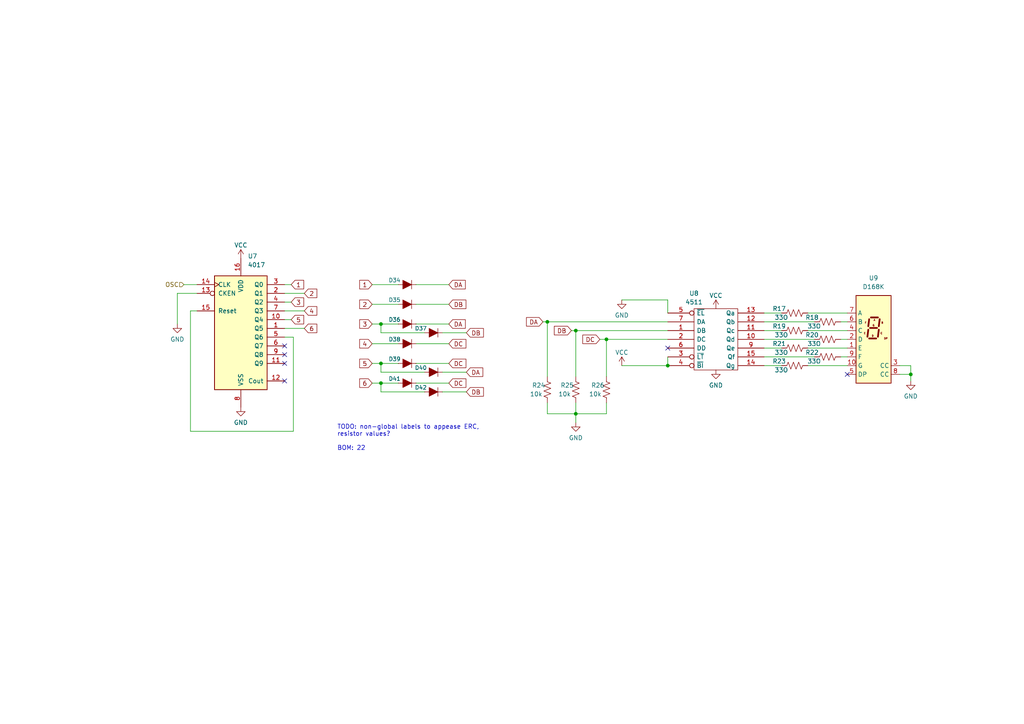
<source format=kicad_sch>
(kicad_sch (version 20211123) (generator eeschema)
  (paper "A4")
  (lib_symbols
    (symbol "4xxx:4017" (pin_names (offset 1.016))
      (property "Reference" "U" (at -7.62 16.51 0))
      (property "Value" "4017" (at -7.62 -19.05 0))
      (symbol "4017_1_0"
        (pin output line (at 12.7 0 180) (length 5.08) (name "Q5") (number "1"))
        (pin output line (at 12.7 2.54 180) (length 5.08) (name "Q4") (number "10"))
        (pin output line (at 12.7 -10.16 180) (length 5.08) (name "Q9") (number "11"))
        (pin output line (at 12.7 -15.24 180) (length 5.08) (name "Cout") (number "12"))
        (pin input inverted (at -12.7 10.16 0) (length 5.08) (name "CKEN") (number "13"))
        (pin input clock (at -12.7 12.7 0) (length 5.08) (name "CLK") (number "14"))
        (pin input line (at -12.7 5.08 0) (length 5.08) (name "Reset") (number "15"))
        (pin power_in line (at 0 20.32 270) (length 5.08) (name "VDD") (number "16"))
        (pin output line (at 12.7 10.16 180) (length 5.08) (name "Q1") (number "2"))
        (pin output line (at 12.7 12.7 180) (length 5.08) (name "Q0") (number "3"))
        (pin output line (at 12.7 7.62 180) (length 5.08) (name "Q2") (number "4"))
        (pin output line (at 12.7 -2.54 180) (length 5.08) (name "Q6") (number "5"))
        (pin output line (at 12.7 -5.08 180) (length 5.08) (name "Q7") (number "6"))
        (pin output line (at 12.7 5.08 180) (length 5.08) (name "Q3") (number "7"))
        (pin power_in line (at 0 -22.86 90) (length 5.08) (name "VSS") (number "8"))
        (pin output line (at 12.7 -7.62 180) (length 5.08) (name "Q8") (number "9"))
      )
      (symbol "4017_1_1"
        (rectangle (start -7.62 15.24) (end 7.62 -17.78) (stroke (width 0.254)) (fill (type background)))
      )
    )
    (symbol "4xxx_IEEE:4511" (pin_names (offset 0.762))
      (property "Reference" "U" (at 8.89 11.43 0))
      (property "Value" "4511" (at 8.89 -11.43 0))
      (symbol "4511_0_1"
        (rectangle (start -6.35 8.89) (end 6.35 -8.89))
      )
      (symbol "4511_1_1"
        (pin input line (at -13.97 2.54 0) (length 7.62) (name "DB") (number "1"))
        (pin output line (at 13.97 0 180) (length 7.62) (name "Qd") (number "10"))
        (pin output line (at 13.97 2.54 180) (length 7.62) (name "Qc") (number "11"))
        (pin output line (at 13.97 5.08 180) (length 7.62) (name "Qb") (number "12"))
        (pin output line (at 13.97 7.62 180) (length 7.62) (name "Qa") (number "13"))
        (pin output line (at 13.97 -7.62 180) (length 7.62) (name "Qg") (number "14"))
        (pin output line (at 13.97 -5.08 180) (length 7.62) (name "Qf") (number "15"))
        (pin power_in line (at 0 8.89 270) (length 0) hide (name "Vdd") (number "16"))
        (pin input line (at -13.97 0 0) (length 7.62) (name "DC") (number "2"))
        (pin input inverted (at -13.97 -5.08 0) (length 7.62) (name "~{LT}") (number "3"))
        (pin input inverted (at -13.97 -7.62 0) (length 7.62) (name "~{BI}") (number "4"))
        (pin input inverted (at -13.97 7.62 0) (length 7.62) (name "~{EL}") (number "5"))
        (pin input line (at -13.97 -2.54 0) (length 7.62) (name "DD") (number "6"))
        (pin input line (at -13.97 5.08 0) (length 7.62) (name "DA") (number "7"))
        (pin power_in line (at 0 -8.89 90) (length 0) hide (name "Vss") (number "8"))
        (pin output line (at 13.97 -2.54 180) (length 7.62) (name "Qe") (number "9"))
      )
    )
    (symbol "Device:R_US" (pin_numbers hide) (pin_names (offset 0))
      (property "Reference" "R" (at 2.54 0 90))
      (property "Value" "R_US" (at -2.54 0 90))
      (symbol "R_US_0_1"
        (polyline (pts (xy 0 -2.286) (xy 0 -2.54)))
        (polyline (pts (xy 0 2.286) (xy 0 2.54)))
        (polyline (pts (xy 0 -0.762) (xy 1.016 -1.143) (xy 0 -1.524) (xy -1.016 -1.905) (xy 0 -2.286)))
        (polyline (pts (xy 0 0.762) (xy 1.016 0.381) (xy 0 0) (xy -1.016 -0.381) (xy 0 -0.762)))
        (polyline (pts (xy 0 2.286) (xy 1.016 1.905) (xy 0 1.524) (xy -1.016 1.143) (xy 0 0.762)))
      )
      (symbol "R_US_1_1"
        (pin passive line (at 0 3.81 270) (length 1.27) (name "~") (number "1"))
        (pin passive line (at 0 -3.81 90) (length 1.27) (name "~") (number "2"))
      )
    )
    (symbol "Display_Character:D168K"
      (property "Reference" "U" (at -2.54 13.97 0))
      (property "Value" "D168K" (at 1.27 13.97 0))
      (symbol "D168K_0_0"
        (text "A" (at 0.254 5.588 0) (effects (font (size 0.508 0.508))))
        (text "B" (at 2.54 4.826 0) (effects (font (size 0.508 0.508))))
        (text "C" (at 2.286 1.778 0) (effects (font (size 0.508 0.508))))
        (text "D" (at -0.254 1.016 0) (effects (font (size 0.508 0.508))))
        (text "DP" (at 3.556 0.254 0) (effects (font (size 0.508 0.508))))
        (text "E" (at -2.54 1.778 0) (effects (font (size 0.508 0.508))))
        (text "F" (at -2.286 4.826 0) (effects (font (size 0.508 0.508))))
        (text "G" (at 0 4.064 0) (effects (font (size 0.508 0.508))))
      )
      (symbol "D168K_0_1"
        (rectangle (start -5.08 12.7) (end 5.08 -12.7) (stroke (width 0.254)) (fill (type background)))
        (polyline (pts (xy -1.524 2.794) (xy -1.778 0.762)) (stroke (width 0.508)))
        (polyline (pts (xy -1.27 0.254) (xy 0.762 0.254)) (stroke (width 0.508)))
        (polyline (pts (xy -1.27 5.842) (xy -1.524 3.81)) (stroke (width 0.508)))
        (polyline (pts (xy -1.016 3.302) (xy 1.016 3.302)) (stroke (width 0.508)))
        (polyline (pts (xy -0.762 6.35) (xy 1.27 6.35)) (stroke (width 0.508)))
        (polyline (pts (xy 1.524 2.794) (xy 1.27 0.762)) (stroke (width 0.508)))
        (polyline (pts (xy 1.778 5.842) (xy 1.524 3.81)) (stroke (width 0.508)))
        (polyline (pts (xy 2.54 0.254) (xy 2.54 0.254)) (stroke (width 0.508)))
      )
      (symbol "D168K_1_1"
        (pin input line (at -7.62 -2.54 0) (length 2.54) (name "E") (number "1"))
        (pin input line (at -7.62 -7.62 0) (length 2.54) (name "G") (number "10"))
        (pin input line (at -7.62 0 0) (length 2.54) (name "D") (number "2"))
        (pin input line (at 7.62 -7.62 180) (length 2.54) (name "CC") (number "3"))
        (pin input line (at -7.62 2.54 0) (length 2.54) (name "C") (number "4"))
        (pin input line (at -7.62 -10.16 0) (length 2.54) (name "DP") (number "5"))
        (pin input line (at -7.62 5.08 0) (length 2.54) (name "B") (number "6"))
        (pin input line (at -7.62 7.62 0) (length 2.54) (name "A") (number "7"))
        (pin input line (at 7.62 -10.16 180) (length 2.54) (name "CC") (number "8"))
        (pin input line (at -7.62 -5.08 0) (length 2.54) (name "F") (number "9"))
      )
    )
    (symbol "SparkFun-DiscreteSemi:DIODE-1N4148" (pin_numbers hide) (pin_names (offset 1.016) hide)
      (property "Reference" "D" (at -2.54 2.54 0))
      (property "Value" "DIODE-1N4148" (at -2.54 -3.81 0))
      (property "Field4" "DIO-08378" (at 0 6.35 0))
      (symbol "DIODE-1N4148_1_0"
        (polyline (pts (xy -2.54 0) (xy -1.27 0)))
        (polyline (pts (xy 1.27 0) (xy 1.27 -1.27)))
        (polyline (pts (xy 1.27 1.27) (xy 1.27 0)))
        (polyline (pts (xy 2.54 0) (xy 1.27 0)))
      )
      (symbol "DIODE-1N4148_1_1"
        (polyline (pts (xy -1.27 1.27) (xy 1.27 0) (xy 1.27 0) (xy -1.27 -1.27) (xy -1.27 -1.27) (xy -1.27 1.27)) (fill (type outline)))
        (pin passive line (at -2.54 0 0) (length 0) (name "A") (number "A"))
        (pin passive line (at 2.54 0 180) (length 0) (name "C") (number "C"))
      )
    )
    (symbol "power:GND" (power) (pin_names (offset 0))
      (property "Value" "GND" (at 0 -3.81 0))
      (symbol "GND_0_1"
        (polyline (pts (xy 0 0) (xy 0 -1.27) (xy 1.27 -1.27) (xy 0 -2.54) (xy -1.27 -1.27) (xy 0 -1.27)))
      )
      (symbol "GND_1_1"
        (pin power_in line (at 0 0 270) (length 0) hide (name "GND") (number "1"))
      )
    )
    (symbol "power:VCC" (power) (pin_names (offset 0))
      (property "Value" "VCC" (at 0 3.81 0))
      (symbol "VCC_0_1"
        (polyline (pts (xy -0.762 1.27) (xy 0 2.54)))
        (polyline (pts (xy 0 0) (xy 0 2.54)))
        (polyline (pts (xy 0 2.54) (xy 0.762 1.27)))
      )
      (symbol "VCC_1_1"
        (pin power_in line (at 0 0 90) (length 0) hide (name "VCC") (number "1"))
      )
    )
  )
  (junction (at 158.75 93.345))
  (junction (at 264.16 108.585))
  (junction (at 167.005 120.015))
  (junction (at 110.49 93.98))
  (junction (at 110.49 105.41))
  (junction (at 175.895 98.425))
  (junction (at 110.49 111.125))
  (junction (at 193.675 106.045))
  (junction (at 167.005 95.885))
  (no_connect (at 193.675 100.965))
  (no_connect (at 82.55 102.87))
  (no_connect (at 82.55 100.33))
  (no_connect (at 245.745 108.585))
  (no_connect (at 82.55 105.41))
  (no_connect (at 82.55 110.49))
  (wire (pts (xy 107.95 88.265) (xy 115.57 88.265)))
  (wire (pts (xy 55.245 125.095) (xy 85.09 125.095)))
  (wire (pts (xy 85.09 97.79) (xy 82.55 97.79)))
  (wire (pts (xy 110.49 113.665) (xy 123.19 113.665)))
  (wire (pts (xy 167.005 120.015) (xy 175.895 120.015)))
  (wire (pts (xy 82.55 92.71) (xy 84.455 92.71)))
  (wire (pts (xy 180.34 86.995) (xy 193.675 86.995)))
  (wire (pts (xy 175.895 98.425) (xy 193.675 98.425)))
  (wire (pts (xy 128.27 96.52) (xy 135.255 96.52)))
  (wire (pts (xy 180.34 106.045) (xy 193.675 106.045)))
  (wire (pts (xy 221.615 100.965) (xy 226.695 100.965)))
  (wire (pts (xy 260.985 106.045) (xy 264.16 106.045)))
  (wire (pts (xy 157.48 93.345) (xy 158.75 93.345)))
  (wire (pts (xy 120.65 93.98) (xy 130.175 93.98)))
  (wire (pts (xy 167.005 95.885) (xy 167.005 109.22)))
  (wire (pts (xy 167.005 95.885) (xy 193.675 95.885)))
  (wire (pts (xy 107.95 105.41) (xy 110.49 105.41)))
  (wire (pts (xy 110.49 107.95) (xy 110.49 105.41)))
  (wire (pts (xy 165.735 95.885) (xy 167.005 95.885)))
  (wire (pts (xy 110.49 96.52) (xy 123.19 96.52)))
  (wire (pts (xy 55.245 90.17) (xy 57.15 90.17)))
  (wire (pts (xy 264.16 106.045) (xy 264.16 108.585)))
  (wire (pts (xy 167.005 116.84) (xy 167.005 120.015)))
  (wire (pts (xy 234.315 90.805) (xy 245.745 90.805)))
  (wire (pts (xy 175.895 98.425) (xy 175.895 109.22)))
  (wire (pts (xy 57.15 85.09) (xy 51.435 85.09)))
  (wire (pts (xy 55.245 90.17) (xy 55.245 125.095)))
  (wire (pts (xy 120.65 88.265) (xy 130.175 88.265)))
  (wire (pts (xy 107.95 99.695) (xy 115.57 99.695)))
  (wire (pts (xy 82.55 87.63) (xy 84.455 87.63)))
  (wire (pts (xy 120.65 99.695) (xy 130.175 99.695)))
  (wire (pts (xy 193.675 103.505) (xy 193.675 106.045)))
  (wire (pts (xy 82.55 85.09) (xy 88.265 85.09)))
  (wire (pts (xy 234.315 106.045) (xy 245.745 106.045)))
  (wire (pts (xy 107.95 82.55) (xy 115.57 82.55)))
  (wire (pts (xy 221.615 93.345) (xy 236.22 93.345)))
  (wire (pts (xy 264.16 108.585) (xy 264.16 110.49)))
  (wire (pts (xy 110.49 96.52) (xy 110.49 93.98)))
  (wire (pts (xy 158.75 93.345) (xy 158.75 109.22)))
  (wire (pts (xy 260.985 108.585) (xy 264.16 108.585)))
  (wire (pts (xy 173.99 98.425) (xy 175.895 98.425)))
  (wire (pts (xy 221.615 103.505) (xy 236.22 103.505)))
  (wire (pts (xy 175.895 120.015) (xy 175.895 116.84)))
  (wire (pts (xy 110.49 111.125) (xy 115.57 111.125)))
  (wire (pts (xy 53.34 82.55) (xy 57.15 82.55)))
  (wire (pts (xy 120.65 111.125) (xy 130.175 111.125)))
  (wire (pts (xy 120.65 82.55) (xy 130.175 82.55)))
  (wire (pts (xy 158.75 116.84) (xy 158.75 120.015)))
  (wire (pts (xy 234.315 95.885) (xy 245.745 95.885)))
  (wire (pts (xy 193.675 86.995) (xy 193.675 90.805)))
  (wire (pts (xy 243.84 93.345) (xy 245.745 93.345)))
  (wire (pts (xy 82.55 90.17) (xy 88.265 90.17)))
  (wire (pts (xy 243.84 98.425) (xy 245.745 98.425)))
  (wire (pts (xy 221.615 95.885) (xy 226.695 95.885)))
  (wire (pts (xy 221.615 106.045) (xy 226.695 106.045)))
  (wire (pts (xy 110.49 93.98) (xy 115.57 93.98)))
  (wire (pts (xy 82.55 82.55) (xy 84.455 82.55)))
  (wire (pts (xy 158.75 93.345) (xy 193.675 93.345)))
  (wire (pts (xy 234.315 100.965) (xy 245.745 100.965)))
  (wire (pts (xy 158.75 120.015) (xy 167.005 120.015)))
  (wire (pts (xy 128.27 113.665) (xy 135.255 113.665)))
  (wire (pts (xy 110.49 105.41) (xy 115.57 105.41)))
  (wire (pts (xy 128.27 107.95) (xy 135.255 107.95)))
  (wire (pts (xy 243.84 103.505) (xy 245.745 103.505)))
  (wire (pts (xy 221.615 98.425) (xy 236.22 98.425)))
  (wire (pts (xy 167.005 120.015) (xy 167.005 122.555)))
  (wire (pts (xy 110.49 113.665) (xy 110.49 111.125)))
  (wire (pts (xy 107.95 93.98) (xy 110.49 93.98)))
  (wire (pts (xy 82.55 95.25) (xy 88.265 95.25)))
  (wire (pts (xy 110.49 107.95) (xy 123.19 107.95)))
  (wire (pts (xy 85.09 125.095) (xy 85.09 97.79)))
  (wire (pts (xy 120.65 105.41) (xy 130.175 105.41)))
  (wire (pts (xy 221.615 90.805) (xy 226.695 90.805)))
  (wire (pts (xy 51.435 85.09) (xy 51.435 93.98)))
  (wire (pts (xy 107.95 111.125) (xy 110.49 111.125)))
  (text "TODO: non-global labels to appease ERC,\nresistor values?\n\nBOM: 22" (at 97.79 130.81 0) (effects (font (size 1.27 1.27)) (justify left bottom)))
  (global_label "DB" (shape input) (at 135.255 96.52 0) (property "Intersheet References" "${INTERSHEET_REFS}" (effects hide)))
  (global_label "DA" (shape input) (at 130.175 93.98 0) (property "Intersheet References" "${INTERSHEET_REFS}" (effects hide)))
  (global_label "DB" (shape input) (at 135.255 113.665 0) (property "Intersheet References" "${INTERSHEET_REFS}" (effects hide)))
  (global_label "DC" (shape input) (at 130.175 99.695 0) (property "Intersheet References" "${INTERSHEET_REFS}" (effects hide)))
  (global_label "5" (shape input) (at 84.455 92.71 0) (property "Intersheet References" "${INTERSHEET_REFS}" (effects hide)))
  (global_label "6" (shape input) (at 107.95 111.125 180) (property "Intersheet References" "${INTERSHEET_REFS}" (effects hide)))
  (global_label "DC" (shape input) (at 173.99 98.425 180) (property "Intersheet References" "${INTERSHEET_REFS}" (effects hide)))
  (global_label "DC" (shape input) (at 130.175 105.41 0) (property "Intersheet References" "${INTERSHEET_REFS}" (effects hide)))
  (global_label "DA" (shape input) (at 130.175 82.55 0) (property "Intersheet References" "${INTERSHEET_REFS}" (effects hide)))
  (global_label "6" (shape input) (at 88.265 95.25 0) (property "Intersheet References" "${INTERSHEET_REFS}" (effects hide)))
  (global_label "4" (shape input) (at 107.95 99.695 180) (property "Intersheet References" "${INTERSHEET_REFS}" (effects hide)))
  (global_label "DB" (shape input) (at 165.735 95.885 180) (property "Intersheet References" "${INTERSHEET_REFS}" (effects hide)))
  (global_label "1" (shape input) (at 107.95 82.55 180) (property "Intersheet References" "${INTERSHEET_REFS}" (effects hide)))
  (global_label "DA" (shape input) (at 135.255 107.95 0) (property "Intersheet References" "${INTERSHEET_REFS}" (effects hide)))
  (global_label "3" (shape input) (at 107.95 93.98 180) (property "Intersheet References" "${INTERSHEET_REFS}" (effects hide)))
  (global_label "DB" (shape input) (at 130.175 88.265 0) (property "Intersheet References" "${INTERSHEET_REFS}" (effects hide)))
  (global_label "3" (shape input) (at 84.455 87.63 0) (property "Intersheet References" "${INTERSHEET_REFS}" (effects hide)))
  (global_label "1" (shape input) (at 84.455 82.55 0) (property "Intersheet References" "${INTERSHEET_REFS}" (effects hide)))
  (global_label "5" (shape input) (at 107.95 105.41 180) (property "Intersheet References" "${INTERSHEET_REFS}" (effects hide)))
  (global_label "DA" (shape input) (at 157.48 93.345 180) (property "Intersheet References" "${INTERSHEET_REFS}" (effects hide)))
  (global_label "2" (shape input) (at 88.265 85.09 0) (property "Intersheet References" "${INTERSHEET_REFS}" (effects hide)))
  (global_label "4" (shape input) (at 88.265 90.17 0) (property "Intersheet References" "${INTERSHEET_REFS}" (effects hide)))
  (global_label "2" (shape input) (at 107.95 88.265 180) (property "Intersheet References" "${INTERSHEET_REFS}" (effects hide)))
  (global_label "DC" (shape input) (at 130.175 111.125 0) (property "Intersheet References" "${INTERSHEET_REFS}" (effects hide)))
  (hierarchical_label "OSC" (shape input) (at 53.34 82.55 180))
  (symbol (lib_id "SparkFun-DiscreteSemi:DIODE-1N4148") (at 118.11 82.55 0) (unit 1)
    (property "Reference" "D34" (at 116.205 81.28 0) (effects (font (size 1.143 1.143)) (justify right)))
    (property "Value" "DIODE-1N4148" (effects hide))
    (property "Footprint" "DIODE-1N4148" (effects hide))
    (property "Field4" "DIO-08378" (effects hide))
  )
  (symbol (lib_id "Device:R_US") (at 175.895 113.03 0) (unit 1)
    (property "Reference" "R26" (at 171.45 111.76 0) (effects (justify left)))
    (property "Value" "10k" (at 170.815 114.3 0) (effects (justify left)))
    (property "Footprint" "Resistor_THT:R_Axial_DIN0204_L3.6mm_D1.6mm_P7.62mm_Horizontal" (effects hide))
  )
  (symbol (lib_id "power:GND") (at 69.85 118.11 0) (unit 1)
    (property "Reference" "#PWR029" (effects hide))
    (property "Value" "GND" (at 69.85 122.555 0))
  )
  (symbol (lib_id "SparkFun-DiscreteSemi:DIODE-1N4148") (at 125.73 96.52 0) (unit 1)
    (property "Reference" "D37" (at 123.825 95.25 0) (effects (font (size 1.143 1.143)) (justify right)))
    (property "Value" "DIODE-1N4148" (effects hide))
    (property "Footprint" "DIODE-1N4148" (effects hide))
    (property "Field4" "DIO-08378" (effects hide))
  )
  (symbol (lib_id "Device:R_US") (at 167.005 113.03 0) (unit 1)
    (property "Reference" "R25" (at 162.56 111.76 0) (effects (justify left)))
    (property "Value" "10k" (at 161.925 114.3 0) (effects (justify left)))
    (property "Footprint" "Resistor_THT:R_Axial_DIN0204_L3.6mm_D1.6mm_P7.62mm_Horizontal" (effects hide))
  )
  (symbol (lib_id "power:GND") (at 167.005 122.555 0) (unit 1)
    (property "Reference" "#PWR030" (effects hide))
    (property "Value" "GND" (at 167.005 127 0))
  )
  (symbol (lib_id "Device:R_US") (at 240.03 103.505 90) (unit 1)
    (property "Reference" "R22" (at 237.49 102.235 90) (effects (justify left)))
    (property "Value" "33O" (at 238.125 104.775 90) (effects (justify left)))
    (property "Footprint" "Resistor_THT:R_Axial_DIN0204_L3.6mm_D1.6mm_P7.62mm_Horizontal" (effects hide))
  )
  (symbol (lib_id "SparkFun-DiscreteSemi:DIODE-1N4148") (at 118.11 93.98 0) (unit 1)
    (property "Reference" "D36" (at 116.205 92.71 0) (effects (font (size 1.143 1.143)) (justify right)))
    (property "Value" "DIODE-1N4148" (effects hide))
    (property "Footprint" "DIODE-1N4148" (effects hide))
    (property "Field4" "DIO-08378" (effects hide))
  )
  (symbol (lib_id "4xxx_IEEE:4511") (at 207.645 98.425 0) (unit 1)
    (property "Reference" "U8" (at 201.295 85.09 0))
    (property "Value" "4511" (at 201.295 87.63 0))
  )
  (symbol (lib_id "Display_Character:D168K") (at 253.365 98.425 0) (unit 1)
    (property "Reference" "U9" (at 253.365 80.645 0))
    (property "Value" "D168K" (at 253.365 83.185 0))
    (property "Footprint" "Display_7Segment:D1X8K" (effects hide))
    (property "Datasheet" "https://ia800903.us.archive.org/24/items/CTKD1x8K/Cromatek%20D168K.pdf" (effects hide))
  )
  (symbol (lib_id "Device:R_US") (at 158.75 113.03 0) (unit 1)
    (property "Reference" "R24" (at 154.305 111.76 0) (effects (justify left)))
    (property "Value" "10k" (at 153.67 114.3 0) (effects (justify left)))
    (property "Footprint" "Resistor_THT:R_Axial_DIN0204_L3.6mm_D1.6mm_P7.62mm_Horizontal" (effects hide))
  )
  (symbol (lib_id "Device:R_US") (at 230.505 100.965 90) (unit 1)
    (property "Reference" "R21" (at 227.965 99.695 90) (effects (justify left)))
    (property "Value" "33O" (at 228.6 102.235 90) (effects (justify left)))
    (property "Footprint" "Resistor_THT:R_Axial_DIN0204_L3.6mm_D1.6mm_P7.62mm_Horizontal" (effects hide))
  )
  (symbol (lib_id "Device:R_US") (at 230.505 90.805 90) (unit 1)
    (property "Reference" "R17" (at 227.965 89.535 90) (effects (justify left)))
    (property "Value" "33O" (at 228.6 92.075 90) (effects (justify left)))
    (property "Footprint" "Resistor_THT:R_Axial_DIN0204_L3.6mm_D1.6mm_P7.62mm_Horizontal" (effects hide))
  )
  (symbol (lib_id "SparkFun-DiscreteSemi:DIODE-1N4148") (at 125.73 113.665 0) (unit 1)
    (property "Reference" "D42" (at 123.825 112.395 0) (effects (font (size 1.143 1.143)) (justify right)))
    (property "Value" "DIODE-1N4148" (effects hide))
    (property "Footprint" "DIODE-1N4148" (effects hide))
    (property "Field4" "DIO-08378" (effects hide))
  )
  (symbol (lib_id "power:GND") (at 180.34 86.995 0) (unit 1)
    (property "Reference" "#PWR023" (effects hide))
    (property "Value" "GND" (at 180.34 91.44 0))
  )
  (symbol (lib_id "power:VCC") (at 69.85 74.93 0) (unit 1)
    (property "Reference" "#PWR022" (effects hide))
    (property "Value" "VCC" (at 69.85 71.12 0))
  )
  (symbol (lib_id "power:GND") (at 207.645 107.315 0) (unit 1)
    (property "Reference" "#PWR027" (effects hide))
    (property "Value" "GND" (at 207.645 111.76 0))
  )
  (symbol (lib_id "Device:R_US") (at 230.505 106.045 90) (unit 1)
    (property "Reference" "R23" (at 227.965 104.775 90) (effects (justify left)))
    (property "Value" "33O" (at 228.6 107.315 90) (effects (justify left)))
    (property "Footprint" "Resistor_THT:R_Axial_DIN0204_L3.6mm_D1.6mm_P7.62mm_Horizontal" (effects hide))
  )
  (symbol (lib_id "power:GND") (at 51.435 93.98 0) (unit 1)
    (property "Reference" "#PWR025" (effects hide))
    (property "Value" "GND" (at 51.435 98.425 0))
  )
  (symbol (lib_id "Device:R_US") (at 230.505 95.885 90) (unit 1)
    (property "Reference" "R19" (at 227.965 94.615 90) (effects (justify left)))
    (property "Value" "33O" (at 228.6 97.155 90) (effects (justify left)))
    (property "Footprint" "Resistor_THT:R_Axial_DIN0204_L3.6mm_D1.6mm_P7.62mm_Horizontal" (effects hide))
  )
  (symbol (lib_id "power:GND") (at 264.16 110.49 0) (unit 1)
    (property "Reference" "#PWR028" (effects hide))
    (property "Value" "GND" (at 264.16 114.935 0))
  )
  (symbol (lib_id "power:VCC") (at 207.645 89.535 0) (unit 1)
    (property "Reference" "#PWR024" (effects hide))
    (property "Value" "VCC" (at 207.645 85.725 0))
  )
  (symbol (lib_id "power:VCC") (at 180.34 106.045 0) (unit 1)
    (property "Reference" "#PWR026" (effects hide))
    (property "Value" "VCC" (at 180.34 102.235 0))
  )
  (symbol (lib_id "SparkFun-DiscreteSemi:DIODE-1N4148") (at 125.73 107.95 0) (unit 1)
    (property "Reference" "D40" (at 123.825 106.68 0) (effects (font (size 1.143 1.143)) (justify right)))
    (property "Value" "DIODE-1N4148" (effects hide))
    (property "Footprint" "DIODE-1N4148" (effects hide))
    (property "Field4" "DIO-08378" (effects hide))
  )
  (symbol (lib_id "4xxx:4017") (at 69.85 95.25 0) (unit 1)
    (property "Reference" "U7" (at 71.8694 74.295 0) (effects (justify left)))
    (property "Value" "4017" (at 71.8694 76.835 0) (effects (justify left)))
    (property "Datasheet" "http://www.intersil.com/content/dam/Intersil/documents/cd40/cd4017bms-22bms.pdf" (effects hide))
  )
  (symbol (lib_id "SparkFun-DiscreteSemi:DIODE-1N4148") (at 118.11 111.125 0) (unit 1)
    (property "Reference" "D41" (at 116.205 109.855 0) (effects (font (size 1.143 1.143)) (justify right)))
    (property "Value" "DIODE-1N4148" (effects hide))
    (property "Footprint" "DIODE-1N4148" (effects hide))
    (property "Field4" "DIO-08378" (effects hide))
  )
  (symbol (lib_id "SparkFun-DiscreteSemi:DIODE-1N4148") (at 118.11 99.695 0) (unit 1)
    (property "Reference" "D38" (at 116.205 98.425 0) (effects (font (size 1.143 1.143)) (justify right)))
    (property "Value" "DIODE-1N4148" (effects hide))
    (property "Footprint" "DIODE-1N4148" (effects hide))
    (property "Field4" "DIO-08378" (effects hide))
  )
  (symbol (lib_id "Device:R_US") (at 240.03 98.425 90) (unit 1)
    (property "Reference" "R20" (at 237.49 97.155 90) (effects (justify left)))
    (property "Value" "33O" (at 238.125 99.695 90) (effects (justify left)))
    (property "Footprint" "Resistor_THT:R_Axial_DIN0204_L3.6mm_D1.6mm_P7.62mm_Horizontal" (effects hide))
  )
  (symbol (lib_id "SparkFun-DiscreteSemi:DIODE-1N4148") (at 118.11 88.265 0) (unit 1)
    (property "Reference" "D35" (at 116.205 86.995 0) (effects (font (size 1.143 1.143)) (justify right)))
    (property "Value" "DIODE-1N4148" (effects hide))
    (property "Footprint" "DIODE-1N4148" (effects hide))
    (property "Field4" "DIO-08378" (effects hide))
  )
  (symbol (lib_id "SparkFun-DiscreteSemi:DIODE-1N4148") (at 118.11 105.41 0) (unit 1)
    (property "Reference" "D39" (at 116.205 104.14 0) (effects (font (size 1.143 1.143)) (justify right)))
    (property "Value" "DIODE-1N4148" (effects hide))
    (property "Footprint" "DIODE-1N4148" (effects hide))
    (property "Field4" "DIO-08378" (effects hide))
  )
  (symbol (lib_id "Device:R_US") (at 240.03 93.345 90) (unit 1)
    (property "Reference" "R18" (at 237.49 92.075 90) (effects (justify left)))
    (property "Value" "33O" (at 238.125 94.615 90) (effects (justify left)))
    (property "Footprint" "Resistor_THT:R_Axial_DIN0204_L3.6mm_D1.6mm_P7.62mm_Horizontal" (effects hide))
  )
)
</source>
